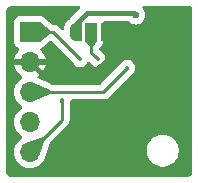
<source format=gbl>
G04 #@! TF.GenerationSoftware,KiCad,Pcbnew,8.0.5*
G04 #@! TF.CreationDate,2024-10-31T19:03:19-07:00*
G04 #@! TF.ProjectId,uSlime_BNO085_Module,75536c69-6d65-45f4-924e-4f3038355f4d,rev?*
G04 #@! TF.SameCoordinates,Original*
G04 #@! TF.FileFunction,Copper,L2,Bot*
G04 #@! TF.FilePolarity,Positive*
%FSLAX46Y46*%
G04 Gerber Fmt 4.6, Leading zero omitted, Abs format (unit mm)*
G04 Created by KiCad (PCBNEW 8.0.5) date 2024-10-31 19:03:19*
%MOMM*%
%LPD*%
G01*
G04 APERTURE LIST*
G04 Aperture macros list*
%AMFreePoly0*
4,1,19,0.550000,-0.750000,0.000000,-0.750000,0.000000,-0.744911,-0.071157,-0.744911,-0.207708,-0.704816,-0.327430,-0.627875,-0.420627,-0.520320,-0.479746,-0.390866,-0.500000,-0.250000,-0.500000,0.250000,-0.479746,0.390866,-0.420627,0.520320,-0.327430,0.627875,-0.207708,0.704816,-0.071157,0.744911,0.000000,0.744911,0.000000,0.750000,0.550000,0.750000,0.550000,-0.750000,0.550000,-0.750000,
$1*%
%AMFreePoly1*
4,1,19,0.000000,0.744911,0.071157,0.744911,0.207708,0.704816,0.327430,0.627875,0.420627,0.520320,0.479746,0.390866,0.500000,0.250000,0.500000,-0.250000,0.479746,-0.390866,0.420627,-0.520320,0.327430,-0.627875,0.207708,-0.704816,0.071157,-0.744911,0.000000,-0.744911,0.000000,-0.750000,-0.550000,-0.750000,-0.550000,0.750000,0.000000,0.750000,0.000000,0.744911,0.000000,0.744911,
$1*%
G04 Aperture macros list end*
G04 #@! TA.AperFunction,ComponentPad*
%ADD10R,1.700000X1.700000*%
G04 #@! TD*
G04 #@! TA.AperFunction,ComponentPad*
%ADD11O,1.700000X1.700000*%
G04 #@! TD*
G04 #@! TA.AperFunction,SMDPad,CuDef*
%ADD12FreePoly0,0.000000*%
G04 #@! TD*
G04 #@! TA.AperFunction,SMDPad,CuDef*
%ADD13R,1.000000X1.500000*%
G04 #@! TD*
G04 #@! TA.AperFunction,SMDPad,CuDef*
%ADD14FreePoly1,0.000000*%
G04 #@! TD*
G04 #@! TA.AperFunction,ViaPad*
%ADD15C,0.500000*%
G04 #@! TD*
G04 #@! TA.AperFunction,ViaPad*
%ADD16C,0.350000*%
G04 #@! TD*
G04 #@! TA.AperFunction,ViaPad*
%ADD17C,0.600000*%
G04 #@! TD*
G04 #@! TA.AperFunction,Conductor*
%ADD18C,0.381000*%
G04 #@! TD*
G04 #@! TA.AperFunction,Conductor*
%ADD19C,0.254000*%
G04 #@! TD*
G04 APERTURE END LIST*
D10*
X95900000Y-97060000D03*
D11*
X95900000Y-99600000D03*
X95900000Y-102140000D03*
X95900000Y-104680000D03*
X95900000Y-107220000D03*
D12*
X99800000Y-97100000D03*
D13*
X101100000Y-97100000D03*
D14*
X102400000Y-97100000D03*
D15*
X100650930Y-105910000D03*
D16*
X105670000Y-104750000D03*
X100150000Y-99350000D03*
X98652000Y-102850000D03*
D17*
X104876205Y-95627010D03*
D16*
X104150000Y-100100000D03*
X101650000Y-99350000D03*
D18*
X102400000Y-99399738D02*
X101349738Y-100450000D01*
D19*
X100650930Y-105910000D02*
X104510000Y-105910000D01*
X104510000Y-105910000D02*
X105670000Y-104750000D01*
D18*
X102400000Y-97100000D02*
X102400000Y-99399738D01*
X101349738Y-100450000D02*
X96750000Y-100450000D01*
X96750000Y-100450000D02*
X95900000Y-99600000D01*
D19*
X97860000Y-97060000D02*
X100150000Y-99350000D01*
X95900000Y-97060000D02*
X97860000Y-97060000D01*
X98650000Y-102850000D02*
X98652000Y-102850000D01*
X95900000Y-107220000D02*
X98650000Y-104470000D01*
X98650000Y-104470000D02*
X98650000Y-102850000D01*
D18*
X99800000Y-96369000D02*
X100723000Y-95446000D01*
X104714000Y-95446000D02*
X104876205Y-95608205D01*
X100723000Y-95446000D02*
X104714000Y-95446000D01*
X104876205Y-95608205D02*
X104876205Y-95627010D01*
X99800000Y-97100000D02*
X99800000Y-96369000D01*
D19*
X95900000Y-102140000D02*
X102110000Y-102140000D01*
X102110000Y-102140000D02*
X104150000Y-100100000D01*
X101100000Y-98800000D02*
X101650000Y-99350000D01*
X101100000Y-97100000D02*
X101100000Y-98800000D01*
G04 #@! TA.AperFunction,Conductor*
G36*
X100108954Y-94870185D02*
G01*
X100154709Y-94922989D01*
X100164653Y-94992147D01*
X100135628Y-95055703D01*
X100129596Y-95062181D01*
X99263269Y-95928507D01*
X99263266Y-95928510D01*
X99202826Y-96018967D01*
X99184260Y-96046753D01*
X99183067Y-96045956D01*
X99161886Y-96072463D01*
X99087168Y-96137208D01*
X98993018Y-96245864D01*
X98993015Y-96245867D01*
X98915231Y-96366905D01*
X98915223Y-96366918D01*
X98858263Y-96491643D01*
X98856015Y-96495939D01*
X98814966Y-96635738D01*
X98814963Y-96635748D01*
X98794503Y-96778059D01*
X98794503Y-96807721D01*
X98774818Y-96874760D01*
X98722014Y-96920515D01*
X98652856Y-96930459D01*
X98589300Y-96901434D01*
X98582822Y-96895402D01*
X98260011Y-96572591D01*
X98260006Y-96572587D01*
X98217098Y-96543918D01*
X98217096Y-96543916D01*
X98157233Y-96503917D01*
X98157226Y-96503913D01*
X98123785Y-96490062D01*
X98043035Y-96456614D01*
X98043027Y-96456612D01*
X97921807Y-96432500D01*
X97921803Y-96432500D01*
X97837392Y-96432500D01*
X97770353Y-96412815D01*
X97757052Y-96402953D01*
X97546738Y-96224063D01*
X97546730Y-96224058D01*
X97444624Y-96137208D01*
X97085733Y-95831940D01*
X97085724Y-95831933D01*
X97085716Y-95831926D01*
X97059417Y-95811023D01*
X97059412Y-95811019D01*
X97059407Y-95811016D01*
X97059398Y-95811010D01*
X97041494Y-95801334D01*
X97026140Y-95791513D01*
X96992334Y-95766206D01*
X96992331Y-95766204D01*
X96949295Y-95750152D01*
X96933679Y-95743062D01*
X96932834Y-95742605D01*
X96925273Y-95739822D01*
X96925265Y-95739820D01*
X96925263Y-95739819D01*
X96917086Y-95737591D01*
X96906353Y-95734136D01*
X96857482Y-95715908D01*
X96857483Y-95715908D01*
X96797883Y-95709501D01*
X96797881Y-95709500D01*
X96797873Y-95709500D01*
X96797864Y-95709500D01*
X95002129Y-95709500D01*
X95002123Y-95709501D01*
X94942516Y-95715908D01*
X94807671Y-95766202D01*
X94807664Y-95766206D01*
X94692455Y-95852452D01*
X94692452Y-95852455D01*
X94606206Y-95967664D01*
X94606202Y-95967671D01*
X94555908Y-96102517D01*
X94549501Y-96162116D01*
X94549500Y-96162135D01*
X94549500Y-97957870D01*
X94549501Y-97957876D01*
X94555908Y-98017483D01*
X94606202Y-98152328D01*
X94606206Y-98152335D01*
X94692452Y-98267544D01*
X94692455Y-98267547D01*
X94807664Y-98353793D01*
X94807671Y-98353797D01*
X94836995Y-98364734D01*
X94939598Y-98403002D01*
X94995531Y-98444873D01*
X95019949Y-98510337D01*
X95005098Y-98578610D01*
X94983947Y-98606865D01*
X94861886Y-98728926D01*
X94726400Y-98922420D01*
X94726399Y-98922422D01*
X94626570Y-99136507D01*
X94626567Y-99136513D01*
X94569364Y-99349999D01*
X94569364Y-99350000D01*
X95466988Y-99350000D01*
X95434075Y-99407007D01*
X95400000Y-99534174D01*
X95400000Y-99665826D01*
X95434075Y-99792993D01*
X95466988Y-99850000D01*
X94569364Y-99850000D01*
X94626567Y-100063486D01*
X94626570Y-100063492D01*
X94726399Y-100277578D01*
X94861894Y-100471082D01*
X95028917Y-100638105D01*
X95214595Y-100768119D01*
X95258219Y-100822696D01*
X95265412Y-100892195D01*
X95233890Y-100954549D01*
X95214595Y-100971269D01*
X95028594Y-101101508D01*
X94861505Y-101268597D01*
X94725965Y-101462169D01*
X94725964Y-101462171D01*
X94626098Y-101676335D01*
X94626094Y-101676344D01*
X94564938Y-101904586D01*
X94564936Y-101904596D01*
X94544341Y-102139999D01*
X94544341Y-102140000D01*
X94564936Y-102375403D01*
X94564938Y-102375413D01*
X94626094Y-102603655D01*
X94626096Y-102603659D01*
X94626097Y-102603663D01*
X94710075Y-102783754D01*
X94725965Y-102817830D01*
X94725967Y-102817834D01*
X94861501Y-103011395D01*
X94861506Y-103011402D01*
X95028597Y-103178493D01*
X95028603Y-103178498D01*
X95214158Y-103308425D01*
X95257783Y-103363002D01*
X95264977Y-103432500D01*
X95233454Y-103494855D01*
X95214158Y-103511575D01*
X95028597Y-103641505D01*
X94861505Y-103808597D01*
X94725965Y-104002169D01*
X94725964Y-104002171D01*
X94626098Y-104216335D01*
X94626094Y-104216344D01*
X94564938Y-104444586D01*
X94564936Y-104444596D01*
X94544341Y-104679999D01*
X94544341Y-104680000D01*
X94564936Y-104915403D01*
X94564938Y-104915413D01*
X94626094Y-105143655D01*
X94626096Y-105143659D01*
X94626097Y-105143663D01*
X94725965Y-105357830D01*
X94725967Y-105357834D01*
X94861501Y-105551395D01*
X94861506Y-105551402D01*
X95028597Y-105718493D01*
X95028603Y-105718498D01*
X95214158Y-105848425D01*
X95257783Y-105903002D01*
X95264977Y-105972500D01*
X95233454Y-106034855D01*
X95214158Y-106051575D01*
X95028597Y-106181505D01*
X94861505Y-106348597D01*
X94725965Y-106542169D01*
X94725964Y-106542171D01*
X94626098Y-106756335D01*
X94626094Y-106756344D01*
X94564938Y-106984586D01*
X94564936Y-106984596D01*
X94544341Y-107219999D01*
X94544341Y-107220000D01*
X94564936Y-107455403D01*
X94564938Y-107455413D01*
X94626094Y-107683655D01*
X94626096Y-107683659D01*
X94626097Y-107683663D01*
X94634487Y-107701655D01*
X94725965Y-107897830D01*
X94725967Y-107897834D01*
X94783351Y-107979786D01*
X94861505Y-108091401D01*
X95028599Y-108258495D01*
X95125384Y-108326265D01*
X95222165Y-108394032D01*
X95222167Y-108394033D01*
X95222170Y-108394035D01*
X95436337Y-108493903D01*
X95664592Y-108555063D01*
X95852918Y-108571539D01*
X95899999Y-108575659D01*
X95900000Y-108575659D01*
X95900001Y-108575659D01*
X95939234Y-108572226D01*
X96135408Y-108555063D01*
X96363663Y-108493903D01*
X96577830Y-108394035D01*
X96771401Y-108258495D01*
X96938495Y-108091401D01*
X97074035Y-107897830D01*
X97158994Y-107715632D01*
X97161432Y-107710700D01*
X97166161Y-107701655D01*
X97166163Y-107701647D01*
X97166189Y-107701588D01*
X97170725Y-107690478D01*
X97173902Y-107683665D01*
X97173903Y-107683663D01*
X97177114Y-107671677D01*
X97179939Y-107662553D01*
X97415633Y-106993713D01*
X105799500Y-106993713D01*
X105799500Y-107206286D01*
X105832753Y-107416239D01*
X105898444Y-107618414D01*
X105994951Y-107807820D01*
X106119890Y-107979786D01*
X106270213Y-108130109D01*
X106442179Y-108255048D01*
X106442181Y-108255049D01*
X106442184Y-108255051D01*
X106631588Y-108351557D01*
X106833757Y-108417246D01*
X107043713Y-108450500D01*
X107043714Y-108450500D01*
X107256286Y-108450500D01*
X107256287Y-108450500D01*
X107466243Y-108417246D01*
X107668412Y-108351557D01*
X107857816Y-108255051D01*
X107879789Y-108239086D01*
X108029786Y-108130109D01*
X108029788Y-108130106D01*
X108029792Y-108130104D01*
X108180104Y-107979792D01*
X108180106Y-107979788D01*
X108180109Y-107979786D01*
X108305048Y-107807820D01*
X108305047Y-107807820D01*
X108305051Y-107807816D01*
X108401557Y-107618412D01*
X108467246Y-107416243D01*
X108500500Y-107206287D01*
X108500500Y-106993713D01*
X108467246Y-106783757D01*
X108401557Y-106581588D01*
X108305051Y-106392184D01*
X108305049Y-106392181D01*
X108305048Y-106392179D01*
X108180109Y-106220213D01*
X108029786Y-106069890D01*
X107857820Y-105944951D01*
X107668414Y-105848444D01*
X107668413Y-105848443D01*
X107668412Y-105848443D01*
X107466243Y-105782754D01*
X107466241Y-105782753D01*
X107466240Y-105782753D01*
X107304957Y-105757208D01*
X107256287Y-105749500D01*
X107043713Y-105749500D01*
X106995042Y-105757208D01*
X106833760Y-105782753D01*
X106631585Y-105848444D01*
X106442179Y-105944951D01*
X106270213Y-106069890D01*
X106119890Y-106220213D01*
X105994951Y-106392179D01*
X105898444Y-106581585D01*
X105832753Y-106783760D01*
X105799500Y-106993713D01*
X97415633Y-106993713D01*
X97624984Y-106399628D01*
X97654251Y-106353166D01*
X99137411Y-104870008D01*
X99206083Y-104767233D01*
X99253385Y-104653035D01*
X99277500Y-104531803D01*
X99277500Y-104408197D01*
X99277500Y-103279347D01*
X99278749Y-103261791D01*
X99314560Y-103011395D01*
X99325508Y-102934847D01*
X99328161Y-102910401D01*
X99329213Y-102900709D01*
X99329329Y-102899134D01*
X99329330Y-102899119D01*
X99329249Y-102893205D01*
X99348009Y-102825902D01*
X99400179Y-102779425D01*
X99453237Y-102767500D01*
X102171804Y-102767500D01*
X102171805Y-102767499D01*
X102293035Y-102743386D01*
X102373784Y-102709937D01*
X102407233Y-102696083D01*
X102510008Y-102627411D01*
X102597411Y-102540008D01*
X104290068Y-100847349D01*
X104302787Y-100836255D01*
X104305996Y-100833819D01*
X104306003Y-100833816D01*
X104523532Y-100668756D01*
X104530439Y-100664367D01*
X104530372Y-100664269D01*
X104536539Y-100660011D01*
X104536546Y-100660008D01*
X104541891Y-100655271D01*
X104549140Y-100649325D01*
X104568678Y-100634501D01*
X104594349Y-100613665D01*
X104595503Y-100612664D01*
X104625947Y-100581276D01*
X104632697Y-100574824D01*
X104659332Y-100551229D01*
X104752518Y-100416226D01*
X104810688Y-100262845D01*
X104830461Y-100100000D01*
X104810688Y-99937155D01*
X104752518Y-99783774D01*
X104659332Y-99648771D01*
X104659329Y-99648768D01*
X104659327Y-99648766D01*
X104536548Y-99539993D01*
X104391291Y-99463756D01*
X104232022Y-99424500D01*
X104232021Y-99424500D01*
X104067979Y-99424500D01*
X104067978Y-99424500D01*
X103908708Y-99463756D01*
X103763451Y-99539993D01*
X103721330Y-99577308D01*
X103717455Y-99580591D01*
X103714373Y-99583472D01*
X103640667Y-99648771D01*
X103640664Y-99648774D01*
X103630604Y-99663348D01*
X103618366Y-99677938D01*
X103618423Y-99677988D01*
X103616225Y-99680491D01*
X103615695Y-99681124D01*
X103615509Y-99681307D01*
X103615507Y-99681309D01*
X103615500Y-99681317D01*
X103615499Y-99681319D01*
X103435770Y-99918181D01*
X103416174Y-99944006D01*
X103415412Y-99945053D01*
X103402894Y-99959685D01*
X101886400Y-101476181D01*
X101825077Y-101509666D01*
X101798719Y-101512500D01*
X97753390Y-101512500D01*
X97699835Y-101500339D01*
X96608434Y-100977710D01*
X96556471Y-100931001D01*
X96538010Y-100863615D01*
X96558911Y-100796945D01*
X96590865Y-100764296D01*
X96771082Y-100638105D01*
X96938105Y-100471082D01*
X97073600Y-100277578D01*
X97173429Y-100063492D01*
X97173432Y-100063486D01*
X97230636Y-99850000D01*
X96333012Y-99850000D01*
X96365925Y-99792993D01*
X96400000Y-99665826D01*
X96400000Y-99534174D01*
X96365925Y-99407007D01*
X96333012Y-99350000D01*
X97230636Y-99350000D01*
X97230635Y-99349999D01*
X97173432Y-99136513D01*
X97173429Y-99136507D01*
X97073600Y-98922422D01*
X97073599Y-98922420D01*
X96938113Y-98728926D01*
X96938108Y-98728920D01*
X96816053Y-98606865D01*
X96782568Y-98545542D01*
X96787552Y-98475850D01*
X96829424Y-98419917D01*
X96860393Y-98403005D01*
X96894716Y-98390203D01*
X96900736Y-98388353D01*
X96900688Y-98388202D01*
X96904913Y-98386838D01*
X96904916Y-98386838D01*
X96913439Y-98384088D01*
X96963986Y-98364734D01*
X96963991Y-98364730D01*
X96967806Y-98363270D01*
X96973063Y-98360982D01*
X96992331Y-98353796D01*
X97046533Y-98313219D01*
X97054737Y-98307579D01*
X97085733Y-98288059D01*
X97601061Y-97849726D01*
X97664878Y-97821287D01*
X97733943Y-97831863D01*
X97769081Y-97856500D01*
X99402645Y-99490064D01*
X99413746Y-99502791D01*
X99416182Y-99506001D01*
X99416183Y-99506003D01*
X99441974Y-99539993D01*
X99615505Y-99768688D01*
X99630530Y-99787201D01*
X99636294Y-99794893D01*
X99640668Y-99801229D01*
X99668249Y-99825664D01*
X99672337Y-99829454D01*
X99699760Y-99856053D01*
X99703949Y-99859275D01*
X99716996Y-99868850D01*
X99763451Y-99910006D01*
X99763452Y-99910006D01*
X99763454Y-99910008D01*
X99908705Y-99986242D01*
X99908707Y-99986242D01*
X99908708Y-99986243D01*
X100067978Y-100025500D01*
X100067979Y-100025500D01*
X100232022Y-100025500D01*
X100391291Y-99986243D01*
X100391291Y-99986242D01*
X100391295Y-99986242D01*
X100536546Y-99910008D01*
X100659332Y-99801229D01*
X100752518Y-99666226D01*
X100768183Y-99624920D01*
X100810359Y-99569219D01*
X100875956Y-99545161D01*
X100944147Y-99560387D01*
X100982907Y-99593937D01*
X101115498Y-99768678D01*
X101115506Y-99768688D01*
X101115517Y-99768702D01*
X101130530Y-99787201D01*
X101136294Y-99794893D01*
X101140668Y-99801229D01*
X101168249Y-99825664D01*
X101172337Y-99829454D01*
X101199760Y-99856053D01*
X101203949Y-99859275D01*
X101216996Y-99868850D01*
X101263451Y-99910006D01*
X101263452Y-99910006D01*
X101263454Y-99910008D01*
X101408705Y-99986242D01*
X101408707Y-99986242D01*
X101408708Y-99986243D01*
X101567978Y-100025500D01*
X101567979Y-100025500D01*
X101732022Y-100025500D01*
X101891291Y-99986243D01*
X101891291Y-99986242D01*
X101891295Y-99986242D01*
X102036546Y-99910008D01*
X102159332Y-99801229D01*
X102252518Y-99666226D01*
X102310688Y-99512845D01*
X102330461Y-99350000D01*
X102310688Y-99187155D01*
X102252518Y-99033774D01*
X102159332Y-98898771D01*
X102095067Y-98841837D01*
X102089047Y-98836133D01*
X102068682Y-98815501D01*
X102068676Y-98815496D01*
X102049130Y-98800664D01*
X102041861Y-98794700D01*
X102036546Y-98789991D01*
X102030373Y-98785731D01*
X102030440Y-98785633D01*
X102023531Y-98781240D01*
X101897955Y-98685955D01*
X101810168Y-98619343D01*
X101768663Y-98563142D01*
X101764132Y-98493419D01*
X101785731Y-98446422D01*
X102000243Y-98158873D01*
X102019312Y-98126338D01*
X102027006Y-98114759D01*
X102043796Y-98092331D01*
X102047992Y-98081077D01*
X102055347Y-98065603D01*
X102055183Y-98065519D01*
X102056740Y-98062488D01*
X102056750Y-98062472D01*
X102058843Y-98057778D01*
X102067241Y-98037803D01*
X102070958Y-98022190D01*
X102075398Y-98007598D01*
X102094091Y-97957483D01*
X102096133Y-97938480D01*
X102099602Y-97906226D01*
X102100024Y-97903779D01*
X102100567Y-97897841D01*
X102100569Y-97897836D01*
X102100568Y-97897830D01*
X102100608Y-97897401D01*
X102100499Y-97893240D01*
X102100499Y-96302129D01*
X102100498Y-96302121D01*
X102097503Y-96274252D01*
X102109910Y-96205493D01*
X102157522Y-96154357D01*
X102220793Y-96137000D01*
X104202755Y-96137000D01*
X104269794Y-96156685D01*
X104290436Y-96173319D01*
X104373943Y-96256826D01*
X104526683Y-96352799D01*
X104567033Y-96366918D01*
X104696950Y-96412378D01*
X104696955Y-96412379D01*
X104876201Y-96432575D01*
X104876205Y-96432575D01*
X104876209Y-96432575D01*
X105055454Y-96412379D01*
X105055457Y-96412378D01*
X105055460Y-96412378D01*
X105225727Y-96352799D01*
X105378467Y-96256826D01*
X105506021Y-96129272D01*
X105601994Y-95976532D01*
X105661573Y-95806265D01*
X105666087Y-95766202D01*
X105681770Y-95627013D01*
X105681770Y-95627006D01*
X105661574Y-95447760D01*
X105661573Y-95447755D01*
X105627367Y-95350000D01*
X105601994Y-95277488D01*
X105506021Y-95124748D01*
X105443454Y-95062181D01*
X105409969Y-95000858D01*
X105414953Y-94931166D01*
X105456825Y-94875233D01*
X105522289Y-94850816D01*
X105531135Y-94850500D01*
X109334108Y-94850500D01*
X109390244Y-94850500D01*
X109409631Y-94852025D01*
X109457706Y-94859639D01*
X109494595Y-94871625D01*
X109529156Y-94889235D01*
X109560538Y-94912036D01*
X109587963Y-94939461D01*
X109610765Y-94970845D01*
X109626427Y-95001583D01*
X109628372Y-95005399D01*
X109640361Y-95042297D01*
X109647973Y-95090357D01*
X109649500Y-95109755D01*
X109649500Y-108843038D01*
X109648720Y-108856923D01*
X109638540Y-108947264D01*
X109632362Y-108974333D01*
X109604648Y-109053537D01*
X109592600Y-109078555D01*
X109547957Y-109149604D01*
X109530644Y-109171313D01*
X109471313Y-109230644D01*
X109449604Y-109247957D01*
X109378555Y-109292600D01*
X109353537Y-109304648D01*
X109274333Y-109332362D01*
X109247264Y-109338540D01*
X109167075Y-109347576D01*
X109156921Y-109348720D01*
X109143038Y-109349500D01*
X94406962Y-109349500D01*
X94393078Y-109348720D01*
X94380553Y-109347308D01*
X94302735Y-109338540D01*
X94275666Y-109332362D01*
X94196462Y-109304648D01*
X94171444Y-109292600D01*
X94100395Y-109247957D01*
X94078686Y-109230644D01*
X94019355Y-109171313D01*
X94002042Y-109149604D01*
X93957399Y-109078555D01*
X93945351Y-109053537D01*
X93917637Y-108974333D01*
X93911459Y-108947263D01*
X93901280Y-108856922D01*
X93900500Y-108843038D01*
X93900500Y-95356961D01*
X93901280Y-95343077D01*
X93911459Y-95252731D01*
X93917635Y-95225670D01*
X93945353Y-95146456D01*
X93957396Y-95121450D01*
X94002046Y-95050389D01*
X94019351Y-95028690D01*
X94078690Y-94969351D01*
X94100389Y-94952046D01*
X94171450Y-94907396D01*
X94196456Y-94895353D01*
X94275670Y-94867635D01*
X94302733Y-94861459D01*
X94365419Y-94854396D01*
X94393079Y-94851280D01*
X94406962Y-94850500D01*
X94465892Y-94850500D01*
X100041915Y-94850500D01*
X100108954Y-94870185D01*
G37*
G04 #@! TD.AperFunction*
G04 #@! TA.AperFunction,Conductor*
G36*
X105670707Y-104749293D02*
G01*
X105793744Y-104873744D01*
X105512315Y-105087290D01*
X105332710Y-104907685D01*
X105546256Y-104626256D01*
X105670707Y-104749293D01*
G37*
G04 #@! TD.AperFunction*
G04 #@! TA.AperFunction,Conductor*
G36*
X100000443Y-99018878D02*
G01*
X100263118Y-99218193D01*
X100267637Y-99225924D01*
X100265367Y-99234586D01*
X100264366Y-99235740D01*
X100150753Y-99350659D01*
X100150659Y-99350753D01*
X100035740Y-99464366D01*
X100027447Y-99467746D01*
X100019194Y-99464272D01*
X100018193Y-99463118D01*
X99818878Y-99200443D01*
X99816608Y-99191781D01*
X99819925Y-99185099D01*
X99985099Y-99019925D01*
X99993371Y-99016499D01*
X100000443Y-99018878D01*
G37*
G04 #@! TD.AperFunction*
G04 #@! TA.AperFunction,Conductor*
G36*
X96758216Y-96216989D02*
G01*
X97236032Y-96623413D01*
X97595881Y-96929496D01*
X97599962Y-96937466D01*
X97600000Y-96938408D01*
X97600000Y-97181591D01*
X97596573Y-97189864D01*
X97595881Y-97190503D01*
X96758216Y-97903010D01*
X96749693Y-97905760D01*
X96742367Y-97902376D01*
X95907286Y-97068276D01*
X95903855Y-97060007D01*
X95907276Y-97051733D01*
X96742368Y-96217622D01*
X96750642Y-96214201D01*
X96758216Y-96216989D01*
G37*
G04 #@! TD.AperFunction*
G04 #@! TA.AperFunction,Conductor*
G36*
X97014270Y-105931047D02*
G01*
X97017490Y-105933327D01*
X97186672Y-106102509D01*
X97190099Y-106110782D01*
X97189434Y-106114671D01*
X96689397Y-107533647D01*
X96683415Y-107540311D01*
X96674473Y-107540793D01*
X96673896Y-107540572D01*
X95903785Y-107222562D01*
X95897447Y-107216238D01*
X95579427Y-106446103D01*
X95579436Y-106437148D01*
X95585775Y-106430823D01*
X95586331Y-106430609D01*
X97005329Y-105930565D01*
X97014270Y-105931047D01*
G37*
G04 #@! TD.AperFunction*
G04 #@! TA.AperFunction,Conductor*
G36*
X98813585Y-102849923D02*
G01*
X98821838Y-102853397D01*
X98825218Y-102861690D01*
X98825100Y-102863279D01*
X98778436Y-103189558D01*
X98773873Y-103197263D01*
X98766854Y-103199602D01*
X98533261Y-103199602D01*
X98524988Y-103196175D01*
X98521661Y-103189428D01*
X98478730Y-102863150D01*
X98481048Y-102854501D01*
X98488804Y-102850024D01*
X98490259Y-102849924D01*
X98652000Y-102849000D01*
X98813585Y-102849923D01*
G37*
G04 #@! TD.AperFunction*
G04 #@! TA.AperFunction,Conductor*
G36*
X96235842Y-101359777D02*
G01*
X96236396Y-101360024D01*
X96249069Y-101366093D01*
X97593353Y-102009817D01*
X97599335Y-102016481D01*
X97600000Y-102020370D01*
X97600000Y-102259629D01*
X97596573Y-102267902D01*
X97593353Y-102270182D01*
X96236406Y-102919970D01*
X96227464Y-102920452D01*
X96220800Y-102914470D01*
X96220548Y-102913906D01*
X95900865Y-102144489D01*
X95900856Y-102135534D01*
X95900865Y-102135511D01*
X95948705Y-102020370D01*
X96220548Y-101366092D01*
X96226887Y-101359768D01*
X96235842Y-101359777D01*
G37*
G04 #@! TD.AperFunction*
G04 #@! TA.AperFunction,Conductor*
G36*
X104034586Y-99984632D02*
G01*
X104035740Y-99985633D01*
X104150659Y-100099246D01*
X104150753Y-100099340D01*
X104264366Y-100214259D01*
X104267746Y-100222552D01*
X104264272Y-100230805D01*
X104263118Y-100231806D01*
X104000443Y-100431121D01*
X103991781Y-100433391D01*
X103985098Y-100430073D01*
X103819926Y-100264901D01*
X103816499Y-100256628D01*
X103818878Y-100249556D01*
X103838464Y-100223744D01*
X104018194Y-99986880D01*
X104025924Y-99982362D01*
X104034586Y-99984632D01*
G37*
G04 #@! TD.AperFunction*
G04 #@! TA.AperFunction,Conductor*
G36*
X101500443Y-99018878D02*
G01*
X101763118Y-99218193D01*
X101767637Y-99225924D01*
X101765367Y-99234586D01*
X101764366Y-99235740D01*
X101650753Y-99350659D01*
X101650659Y-99350753D01*
X101535740Y-99464366D01*
X101527447Y-99467746D01*
X101519194Y-99464272D01*
X101518193Y-99463118D01*
X101318878Y-99200443D01*
X101316608Y-99191781D01*
X101319925Y-99185099D01*
X101485099Y-99019925D01*
X101493371Y-99016499D01*
X101500443Y-99018878D01*
G37*
G04 #@! TD.AperFunction*
G04 #@! TA.AperFunction,Conductor*
G36*
X101106484Y-97110372D02*
G01*
X101109737Y-97113625D01*
X101402228Y-97552947D01*
X101595427Y-97843132D01*
X101597159Y-97851918D01*
X101595066Y-97856612D01*
X101230509Y-98345296D01*
X101222815Y-98349878D01*
X101221131Y-98350000D01*
X100978869Y-98350000D01*
X100970596Y-98346573D01*
X100969491Y-98345296D01*
X100604933Y-97856612D01*
X100602733Y-97847932D01*
X100604571Y-97843134D01*
X101090262Y-97113626D01*
X101097698Y-97108640D01*
X101106484Y-97110372D01*
G37*
G04 #@! TD.AperFunction*
M02*

</source>
